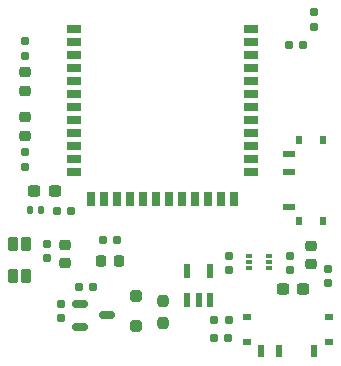
<source format=gtp>
G04 #@! TF.GenerationSoftware,KiCad,Pcbnew,7.0.9*
G04 #@! TF.CreationDate,2024-02-29T00:36:21+01:00*
G04 #@! TF.ProjectId,Mad_PlantBug,4d61645f-506c-4616-9e74-4275672e6b69,rev?*
G04 #@! TF.SameCoordinates,Original*
G04 #@! TF.FileFunction,Paste,Top*
G04 #@! TF.FilePolarity,Positive*
%FSLAX46Y46*%
G04 Gerber Fmt 4.6, Leading zero omitted, Abs format (unit mm)*
G04 Created by KiCad (PCBNEW 7.0.9) date 2024-02-29 00:36:21*
%MOMM*%
%LPD*%
G01*
G04 APERTURE LIST*
G04 Aperture macros list*
%AMRoundRect*
0 Rectangle with rounded corners*
0 $1 Rounding radius*
0 $2 $3 $4 $5 $6 $7 $8 $9 X,Y pos of 4 corners*
0 Add a 4 corners polygon primitive as box body*
4,1,4,$2,$3,$4,$5,$6,$7,$8,$9,$2,$3,0*
0 Add four circle primitives for the rounded corners*
1,1,$1+$1,$2,$3*
1,1,$1+$1,$4,$5*
1,1,$1+$1,$6,$7*
1,1,$1+$1,$8,$9*
0 Add four rect primitives between the rounded corners*
20,1,$1+$1,$2,$3,$4,$5,0*
20,1,$1+$1,$4,$5,$6,$7,0*
20,1,$1+$1,$6,$7,$8,$9,0*
20,1,$1+$1,$8,$9,$2,$3,0*%
G04 Aperture macros list end*
%ADD10RoundRect,0.160000X-0.197500X-0.160000X0.197500X-0.160000X0.197500X0.160000X-0.197500X0.160000X0*%
%ADD11RoundRect,0.218750X-0.256250X0.218750X-0.256250X-0.218750X0.256250X-0.218750X0.256250X0.218750X0*%
%ADD12RoundRect,0.225000X0.250000X-0.225000X0.250000X0.225000X-0.250000X0.225000X-0.250000X-0.225000X0*%
%ADD13RoundRect,0.218750X0.256250X-0.218750X0.256250X0.218750X-0.256250X0.218750X-0.256250X-0.218750X0*%
%ADD14RoundRect,0.160000X0.197500X0.160000X-0.197500X0.160000X-0.197500X-0.160000X0.197500X-0.160000X0*%
%ADD15RoundRect,0.160000X-0.160000X0.197500X-0.160000X-0.197500X0.160000X-0.197500X0.160000X0.197500X0*%
%ADD16RoundRect,0.088500X0.206500X-0.516500X0.206500X0.516500X-0.206500X0.516500X-0.206500X-0.516500X0*%
%ADD17R,1.198880X0.698500*%
%ADD18R,0.698500X1.198880*%
%ADD19R,0.475000X0.300000*%
%ADD20RoundRect,0.250000X-0.250000X0.250000X-0.250000X-0.250000X0.250000X-0.250000X0.250000X0.250000X0*%
%ADD21RoundRect,0.237500X-0.237500X0.250000X-0.237500X-0.250000X0.237500X-0.250000X0.237500X0.250000X0*%
%ADD22RoundRect,0.140351X0.259649X-0.469899X0.259649X0.469899X-0.259649X0.469899X-0.259649X-0.469899X0*%
%ADD23RoundRect,0.140351X0.259649X-0.451649X0.259649X0.451649X-0.259649X0.451649X-0.259649X-0.451649X0*%
%ADD24RoundRect,0.237500X0.300000X0.237500X-0.300000X0.237500X-0.300000X-0.237500X0.300000X-0.237500X0*%
%ADD25RoundRect,0.225000X-0.250000X0.225000X-0.250000X-0.225000X0.250000X-0.225000X0.250000X0.225000X0*%
%ADD26RoundRect,0.225000X0.225000X0.250000X-0.225000X0.250000X-0.225000X-0.250000X0.225000X-0.250000X0*%
%ADD27RoundRect,0.150000X-0.512500X-0.150000X0.512500X-0.150000X0.512500X0.150000X-0.512500X0.150000X0*%
%ADD28RoundRect,0.237500X-0.300000X-0.237500X0.300000X-0.237500X0.300000X0.237500X-0.300000X0.237500X0*%
%ADD29RoundRect,0.160000X0.160000X-0.197500X0.160000X0.197500X-0.160000X0.197500X-0.160000X-0.197500X0*%
%ADD30RoundRect,0.140000X0.140000X0.170000X-0.140000X0.170000X-0.140000X-0.170000X0.140000X-0.170000X0*%
%ADD31R,0.800000X0.500000*%
%ADD32R,0.500000X1.000000*%
%ADD33R,0.500000X0.800000*%
%ADD34R,1.000000X0.500000*%
G04 APERTURE END LIST*
D10*
G04 #@! TO.C,R8*
X52234500Y-51816000D03*
X53429500Y-51816000D03*
G04 #@! TD*
D11*
G04 #@! TO.C,D1*
X49530000Y-45491500D03*
X49530000Y-43916500D03*
G04 #@! TD*
D12*
G04 #@! TO.C,C1*
X73753000Y-56381500D03*
X73753000Y-54831500D03*
G04 #@! TD*
D13*
G04 #@! TO.C,D2*
X49530000Y-40106500D03*
X49530000Y-41681500D03*
G04 #@! TD*
D14*
G04 #@! TO.C,R6*
X57332500Y-54349500D03*
X56137500Y-54349500D03*
G04 #@! TD*
D15*
G04 #@! TO.C,R2*
X74007000Y-35045500D03*
X74007000Y-36240500D03*
G04 #@! TD*
D16*
G04 #@! TO.C,U2*
X63278000Y-56921000D03*
X65178000Y-56921000D03*
X65178000Y-59431000D03*
X64228000Y-59431000D03*
X63278000Y-59431000D03*
G04 #@! TD*
D17*
G04 #@! TO.C,U1*
X68678080Y-36419240D03*
X68678080Y-37519060D03*
X68678080Y-38618880D03*
X68678080Y-39718700D03*
X68678080Y-40818520D03*
X68678080Y-41918340D03*
X68678080Y-43018160D03*
X68678080Y-44117980D03*
X68678080Y-45217800D03*
X68678080Y-46317620D03*
X68678080Y-47417440D03*
X68678080Y-48517260D03*
D18*
X67227740Y-50866760D03*
X66127920Y-50866760D03*
X65028100Y-50866760D03*
X63928280Y-50866760D03*
X62828460Y-50866760D03*
X61728640Y-50866760D03*
X60631360Y-50866760D03*
X59531540Y-50866760D03*
X58431720Y-50866760D03*
X57331900Y-50866760D03*
X56232080Y-50866760D03*
X55132260Y-50866760D03*
D17*
X53681920Y-48517260D03*
X53681920Y-47417440D03*
X53681920Y-46317620D03*
X53681920Y-45217800D03*
X53681920Y-44117980D03*
X53681920Y-43018160D03*
X53681920Y-41918340D03*
X53681920Y-40818520D03*
X53681920Y-39718700D03*
X53681920Y-38618880D03*
X53681920Y-37519060D03*
X53681920Y-36419240D03*
G04 #@! TD*
D15*
G04 #@! TO.C,R13*
X51401000Y-54628000D03*
X51401000Y-55823000D03*
G04 #@! TD*
D10*
G04 #@! TO.C,R21*
X66768000Y-61080500D03*
X65573000Y-61080500D03*
G04 #@! TD*
D19*
G04 #@! TO.C,IC1*
X68521000Y-56657000D03*
X68521000Y-56157000D03*
X68521000Y-55657000D03*
X70197000Y-55657000D03*
X70197000Y-56157000D03*
X70197000Y-56657000D03*
G04 #@! TD*
D20*
G04 #@! TO.C,D3*
X58894000Y-59088500D03*
X58894000Y-61588500D03*
G04 #@! TD*
D15*
G04 #@! TO.C,R5*
X49530000Y-38697500D03*
X49530000Y-37502500D03*
G04 #@! TD*
D21*
G04 #@! TO.C,R7*
X61180000Y-59509500D03*
X61180000Y-61334500D03*
G04 #@! TD*
D22*
G04 #@! TO.C,D4*
X49623000Y-57384500D03*
D23*
X48501500Y-57366250D03*
X49623000Y-54615250D03*
X48501500Y-54615250D03*
G04 #@! TD*
D24*
G04 #@! TO.C,C2*
X50311000Y-50158500D03*
X52036000Y-50158500D03*
G04 #@! TD*
D25*
G04 #@! TO.C,C6*
X52925000Y-54704500D03*
X52925000Y-56254500D03*
G04 #@! TD*
D26*
G04 #@! TO.C,C4*
X57510000Y-56127500D03*
X55960000Y-56127500D03*
G04 #@! TD*
D27*
G04 #@! TO.C,Q2*
X54200500Y-59749500D03*
X54200500Y-61649500D03*
X56475500Y-60699500D03*
G04 #@! TD*
D28*
G04 #@! TO.C,C9*
X73091500Y-58451000D03*
X71366500Y-58451000D03*
G04 #@! TD*
D29*
G04 #@! TO.C,R19*
X66768000Y-55694500D03*
X66768000Y-56889500D03*
G04 #@! TD*
D14*
G04 #@! TO.C,R9*
X55324000Y-58286500D03*
X54129000Y-58286500D03*
G04 #@! TD*
D10*
G04 #@! TO.C,R3*
X71862500Y-37801500D03*
X73057500Y-37801500D03*
G04 #@! TD*
D15*
G04 #@! TO.C,R12*
X52544000Y-59721000D03*
X52544000Y-60916000D03*
G04 #@! TD*
D30*
G04 #@! TO.C,C3*
X49933000Y-51809500D03*
X50893000Y-51809500D03*
G04 #@! TD*
D14*
G04 #@! TO.C,R20*
X66730500Y-62604500D03*
X65535500Y-62604500D03*
G04 #@! TD*
D29*
G04 #@! TO.C,R1*
X75150000Y-56800000D03*
X75150000Y-57995000D03*
G04 #@! TD*
D31*
G04 #@! TO.C,S1*
X75240000Y-62941500D03*
X75240000Y-60841500D03*
X68340000Y-60841500D03*
X68340000Y-62941500D03*
D32*
X69540000Y-63741500D03*
X71040000Y-63741500D03*
X74040000Y-63741500D03*
G04 #@! TD*
D29*
G04 #@! TO.C,R18*
X71975000Y-55694500D03*
X71975000Y-56889500D03*
G04 #@! TD*
D33*
G04 #@! TO.C,S2*
X72695000Y-52727500D03*
X74795000Y-52727500D03*
X74795000Y-45827500D03*
X72695000Y-45827500D03*
D34*
X71895000Y-47027500D03*
X71895000Y-48527500D03*
X71895000Y-51527500D03*
G04 #@! TD*
D29*
G04 #@! TO.C,R4*
X49530000Y-48095500D03*
X49530000Y-46900500D03*
G04 #@! TD*
M02*

</source>
